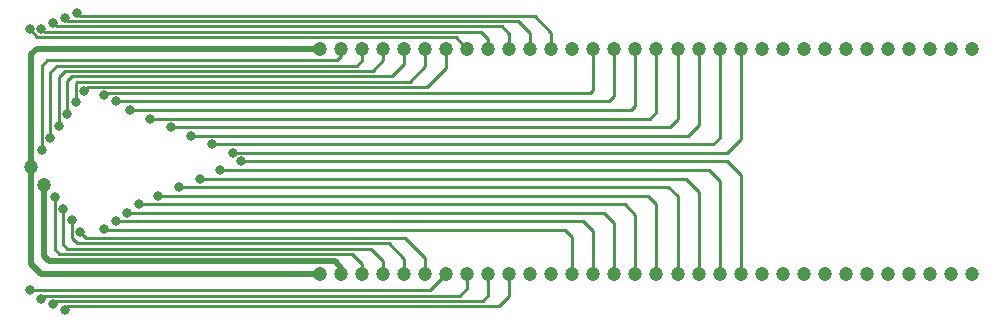
<source format=gbr>
%TF.GenerationSoftware,KiCad,Pcbnew,(5.1.10)-1*%
%TF.CreationDate,2023-11-11T20:16:55+01:00*%
%TF.ProjectId,tmp90x40-qfc2sdip,746d7039-3078-4343-902d-716663327364,rev?*%
%TF.SameCoordinates,Original*%
%TF.FileFunction,Copper,L2,Bot*%
%TF.FilePolarity,Positive*%
%FSLAX46Y46*%
G04 Gerber Fmt 4.6, Leading zero omitted, Abs format (unit mm)*
G04 Created by KiCad (PCBNEW (5.1.10)-1) date 2023-11-11 20:16:55*
%MOMM*%
%LPD*%
G01*
G04 APERTURE LIST*
%TA.AperFunction,ComponentPad*%
%ADD10C,1.200000*%
%TD*%
%TA.AperFunction,ViaPad*%
%ADD11C,0.800000*%
%TD*%
%TA.AperFunction,ViaPad*%
%ADD12C,1.200000*%
%TD*%
%TA.AperFunction,Conductor*%
%ADD13C,0.250000*%
%TD*%
%TA.AperFunction,Conductor*%
%ADD14C,0.500000*%
%TD*%
G04 APERTURE END LIST*
D10*
%TO.P,U2,1*%
%TO.N,VCC*%
X124810000Y-111150400D03*
%TO.P,U2,2*%
%TO.N,GND*%
X126590000Y-111150400D03*
%TO.P,U2,3*%
%TO.N,P50*%
X128370000Y-111150400D03*
%TO.P,U2,4*%
%TO.N,P51*%
X130150000Y-111150400D03*
%TO.P,U2,5*%
%TO.N,P52*%
X131930000Y-111150400D03*
%TO.P,U2,6*%
%TO.N,P53*%
X133710000Y-111150400D03*
%TO.P,U2,7*%
%TO.N,P54*%
X135490000Y-111150400D03*
%TO.P,U2,8*%
%TO.N,P55*%
X137270000Y-111150400D03*
%TO.P,U2,9*%
%TO.N,P60*%
X139050000Y-111150400D03*
%TO.P,U2,10*%
%TO.N,P61*%
X140830000Y-111150400D03*
%TO.P,U2,11*%
%TO.N,P62*%
X142610000Y-111150400D03*
%TO.P,U2,12*%
%TO.N,P63*%
X144390000Y-111150400D03*
%TO.P,U2,13*%
%TO.N,P70*%
X146170000Y-111150400D03*
%TO.P,U2,14*%
%TO.N,P71*%
X147950000Y-111150400D03*
%TO.P,U2,15*%
%TO.N,P72*%
X149730000Y-111150400D03*
%TO.P,U2,16*%
%TO.N,P73*%
X151510000Y-111150400D03*
%TO.P,U2,17*%
%TO.N,P80*%
X153290000Y-111150400D03*
%TO.P,U2,18*%
%TO.N,P81*%
X155070000Y-111150400D03*
%TO.P,U2,19*%
%TO.N,P82*%
X156850000Y-111150400D03*
%TO.P,U2,20*%
%TO.N,P83*%
X158630000Y-111150400D03*
%TO.P,U2,21*%
%TO.N,NMI*%
X160410000Y-111150400D03*
%TO.P,U2,22*%
%TO.N,RESET*%
X162190000Y-111150400D03*
%TO.P,U2,23*%
%TO.N,CLK*%
X163970000Y-111150400D03*
%TO.P,U2,24*%
%TO.N,D0*%
X165750000Y-111150400D03*
%TO.P,U2,25*%
%TO.N,D1*%
X167530000Y-111150400D03*
%TO.P,U2,26*%
%TO.N,D2*%
X169310000Y-111150400D03*
%TO.P,U2,27*%
%TO.N,D3*%
X171090000Y-111150400D03*
%TO.P,U2,28*%
%TO.N,D4*%
X172870000Y-111150400D03*
%TO.P,U2,29*%
%TO.N,D5*%
X174650000Y-111150400D03*
%TO.P,U2,30*%
%TO.N,D6*%
X176430000Y-111150400D03*
%TO.P,U2,31*%
%TO.N,D7*%
X178210000Y-111150400D03*
%TO.P,U2,32*%
%TO.N,GND*%
X179990000Y-111150400D03*
%TO.P,U2,33*%
%TO.N,X1*%
X179990000Y-92049600D03*
%TO.P,U2,34*%
%TO.N,X2*%
X178210000Y-92049600D03*
%TO.P,U2,35*%
%TO.N,A0*%
X176430000Y-92049600D03*
%TO.P,U2,36*%
%TO.N,A1*%
X174650000Y-92049600D03*
%TO.P,U2,37*%
%TO.N,A2*%
X172870000Y-92049600D03*
%TO.P,U2,38*%
%TO.N,A3*%
X171090000Y-92049600D03*
%TO.P,U2,39*%
%TO.N,A4*%
X169310000Y-92049600D03*
%TO.P,U2,40*%
%TO.N,A5*%
X167530000Y-92049600D03*
%TO.P,U2,41*%
%TO.N,A6*%
X165750000Y-92049600D03*
%TO.P,U2,42*%
%TO.N,A7*%
X163970000Y-92049600D03*
%TO.P,U2,43*%
%TO.N,A8*%
X162190000Y-92049600D03*
%TO.P,U2,44*%
%TO.N,A9*%
X160410000Y-92049600D03*
%TO.P,U2,45*%
%TO.N,A10*%
X158630000Y-92049600D03*
%TO.P,U2,46*%
%TO.N,A11*%
X156850000Y-92049600D03*
%TO.P,U2,47*%
%TO.N,A12*%
X155070000Y-92049600D03*
%TO.P,U2,48*%
%TO.N,A13*%
X153290000Y-92049600D03*
%TO.P,U2,49*%
%TO.N,A14*%
X151510000Y-92049600D03*
%TO.P,U2,50*%
%TO.N,A15*%
X149730000Y-92049600D03*
%TO.P,U2,51*%
%TO.N,A16*%
X147950000Y-92049600D03*
%TO.P,U2,52*%
%TO.N,A17*%
X146170000Y-92049600D03*
%TO.P,U2,53*%
%TO.N,A18*%
X144390000Y-92049600D03*
%TO.P,U2,54*%
%TO.N,A19*%
X142610000Y-92049600D03*
%TO.P,U2,55*%
%TO.N,EA*%
X140830000Y-92049600D03*
%TO.P,U2,56*%
%TO.N,P30*%
X139050000Y-92049600D03*
%TO.P,U2,57*%
%TO.N,P31*%
X137270000Y-92049600D03*
%TO.P,U2,58*%
%TO.N,P32*%
X135490000Y-92049600D03*
%TO.P,U2,59*%
%TO.N,P33*%
X133710000Y-92049600D03*
%TO.P,U2,60*%
%TO.N,P34*%
X131930000Y-92049600D03*
%TO.P,U2,61*%
%TO.N,P35*%
X130150000Y-92049600D03*
%TO.P,U2,62*%
%TO.N,P36*%
X128370000Y-92049600D03*
%TO.P,U2,63*%
%TO.N,P37*%
X126590000Y-92049600D03*
%TO.P,U2,64*%
%TO.N,VCC*%
X124810000Y-92049600D03*
%TD*%
D11*
%TO.N,P54*%
X100220780Y-112522000D03*
%TO.N,P55*%
X101219000Y-113247000D03*
%TO.N,P60*%
X102218941Y-113697010D03*
%TO.N,P61*%
X103215954Y-114147020D03*
%TO.N,P70*%
X106495000Y-107350359D03*
%TO.N,P71*%
X107495000Y-106680000D03*
%TO.N,P72*%
X108495000Y-105953560D03*
%TO.N,P73*%
X109513175Y-105227456D03*
%TO.N,P80*%
X111106388Y-104502388D03*
%TO.N,P81*%
X112857291Y-103776791D03*
%TO.N,P82*%
X114608194Y-103051194D03*
%TO.N,P83*%
X116359097Y-102325597D03*
%TO.N,NMI*%
X118110000Y-101600000D03*
D12*
%TO.N,GND*%
X101430000Y-103600678D03*
D11*
%TO.N,A9*%
X117421163Y-100875081D03*
%TO.N,A10*%
X115671018Y-100150242D03*
%TO.N,A11*%
X113920115Y-99424645D03*
%TO.N,A12*%
X112170482Y-98700318D03*
%TO.N,A13*%
X110419579Y-97974721D03*
%TO.N,A14*%
X108672268Y-97250133D03*
%TO.N,A15*%
X107495000Y-96525080D03*
%TO.N,A16*%
X106495000Y-96015250D03*
%TO.N,A18*%
X104221785Y-88999569D03*
%TO.N,A19*%
X103222303Y-89449579D03*
%TO.N,EA*%
X102222300Y-89899589D03*
%TO.N,P30*%
X101217987Y-90349290D03*
%TO.N,P31*%
X100220780Y-90424000D03*
%TO.N,P32*%
X104855000Y-95600520D03*
%TO.N,P33*%
X104130000Y-96598740D03*
%TO.N,P34*%
X103405000Y-97599500D03*
%TO.N,P35*%
X102680000Y-98600260D03*
%TO.N,P36*%
X101955000Y-99601020D03*
%TO.N,P37*%
X101230000Y-100599240D03*
D12*
%TO.N,VCC*%
X100330000Y-102100380D03*
D11*
%TO.N,P50*%
X102330000Y-104599740D03*
%TO.N,P51*%
X103055000Y-105600500D03*
%TO.N,P52*%
X103780000Y-106598424D03*
%TO.N,P53*%
X104505000Y-107599480D03*
%TD*%
D13*
%TO.N,P54*%
X135490000Y-111150400D02*
X134118400Y-112522000D01*
X134118400Y-112522000D02*
X100220780Y-112522000D01*
%TO.N,P55*%
X137270000Y-111150400D02*
X137270000Y-112338340D01*
X137270000Y-112338340D02*
X136636330Y-112972010D01*
X136636330Y-112972010D02*
X134304800Y-112972010D01*
X134304800Y-112972010D02*
X101724460Y-112972010D01*
X101493990Y-112972010D02*
X101219000Y-113247000D01*
X101724460Y-112972010D02*
X101493990Y-112972010D01*
%TO.N,P60*%
X139050000Y-111150400D02*
X139050000Y-112951020D01*
X139050000Y-112951020D02*
X138579000Y-113422020D01*
X138579000Y-113422020D02*
X134491200Y-113422020D01*
X134491200Y-113422020D02*
X103103680Y-113422020D01*
X102493931Y-113422020D02*
X102218941Y-113697010D01*
X103103680Y-113422020D02*
X102493931Y-113422020D01*
%TO.N,P61*%
X140830000Y-111150400D02*
X140830000Y-112976960D01*
X140830000Y-112976960D02*
X139934930Y-113872030D01*
X103490944Y-113872030D02*
X103215954Y-114147020D01*
X139934930Y-113872030D02*
X103490944Y-113872030D01*
%TO.N,P70*%
X106549642Y-107405001D02*
X106495000Y-107350359D01*
X145560881Y-107405001D02*
X106549642Y-107405001D01*
X146170000Y-108014120D02*
X145560881Y-107405001D01*
X146170000Y-111150400D02*
X146170000Y-108014120D01*
%TO.N,P71*%
X147100121Y-106678561D02*
X107574008Y-106678561D01*
X147950000Y-107528440D02*
X147100121Y-106678561D01*
X147950000Y-111150400D02*
X147950000Y-107528440D01*
X107496439Y-106678561D02*
X107495000Y-106680000D01*
X107574008Y-106678561D02*
X107496439Y-106678561D01*
%TO.N,P72*%
X148863217Y-105952457D02*
X108605448Y-105952457D01*
X149730000Y-106819240D02*
X148863217Y-105952457D01*
X149730000Y-111150400D02*
X149730000Y-106819240D01*
X108496103Y-105952457D02*
X108495000Y-105953560D01*
X108605448Y-105952457D02*
X108496103Y-105952457D01*
%TO.N,P73*%
X150637509Y-105227389D02*
X109984125Y-105227389D01*
X151510000Y-106099880D02*
X150637509Y-105227389D01*
X151510000Y-111150400D02*
X151510000Y-106099880D01*
X109513242Y-105227389D02*
X109513175Y-105227456D01*
X109984125Y-105227389D02*
X109513242Y-105227389D01*
%TO.N,P80*%
X152586532Y-104501792D02*
X111733172Y-104501792D01*
X153290000Y-105205260D02*
X152586532Y-104501792D01*
X153290000Y-111150400D02*
X153290000Y-105205260D01*
X111106984Y-104501792D02*
X111106388Y-104502388D01*
X111733172Y-104501792D02*
X111106984Y-104501792D01*
%TO.N,P81*%
X154294255Y-103776195D02*
X113387555Y-103776195D01*
X155070000Y-104551940D02*
X154294255Y-103776195D01*
X155070000Y-111150400D02*
X155070000Y-104551940D01*
X112857887Y-103776195D02*
X112857291Y-103776791D01*
X113387555Y-103776195D02*
X112857887Y-103776195D01*
%TO.N,P82*%
X155750518Y-103050598D02*
X115168938Y-103050598D01*
X156850000Y-104150080D02*
X155750518Y-103050598D01*
X156850000Y-111150400D02*
X156850000Y-104150080D01*
X114608790Y-103050598D02*
X114608194Y-103051194D01*
X115168938Y-103050598D02*
X114608790Y-103050598D01*
%TO.N,P83*%
X157737641Y-102325001D02*
X116559161Y-102325001D01*
X158630000Y-103217360D02*
X157737641Y-102325001D01*
X158630000Y-111150400D02*
X158630000Y-103217360D01*
X116359693Y-102325001D02*
X116359097Y-102325597D01*
X116559161Y-102325001D02*
X116359693Y-102325001D01*
%TO.N,NMI*%
X118110000Y-101600000D02*
X159285940Y-101600000D01*
X160410000Y-102724060D02*
X160410000Y-111150400D01*
X159285940Y-101600000D02*
X160410000Y-102724060D01*
D14*
%TO.N,GND*%
X126590000Y-111150400D02*
X126590000Y-110588000D01*
X126590000Y-110588000D02*
X126052399Y-110050399D01*
X101858899Y-110050399D02*
X101430000Y-109621500D01*
X101430000Y-106683766D02*
X101430000Y-103600678D01*
X101430000Y-109621500D02*
X101430000Y-106683766D01*
X126052399Y-110050399D02*
X101858899Y-110050399D01*
D13*
%TO.N,A9*%
X159264181Y-100874999D02*
X117761999Y-100874999D01*
X160410000Y-99729180D02*
X159264181Y-100874999D01*
X160410000Y-92049600D02*
X160410000Y-99729180D01*
X117421245Y-100874999D02*
X117421163Y-100875081D01*
X117761999Y-100874999D02*
X117421245Y-100874999D01*
%TO.N,A10*%
X158058700Y-100150080D02*
X116301100Y-100150080D01*
X158630000Y-99578780D02*
X158058700Y-100150080D01*
X158630000Y-92049600D02*
X158630000Y-99578780D01*
X115671180Y-100150080D02*
X115671018Y-100150242D01*
X116301100Y-100150080D02*
X115671180Y-100150080D01*
%TO.N,A11*%
X155920959Y-99425241D02*
X114742479Y-99425241D01*
X156850000Y-98496200D02*
X155920959Y-99425241D01*
X156850000Y-92049600D02*
X156850000Y-98496200D01*
X113920711Y-99425241D02*
X113920115Y-99424645D01*
X114742479Y-99425241D02*
X113920711Y-99425241D01*
%TO.N,A12*%
X154403736Y-98699644D02*
X113006816Y-98699644D01*
X155070000Y-98033380D02*
X154403736Y-98699644D01*
X155070000Y-92049600D02*
X155070000Y-98033380D01*
X112171156Y-98699644D02*
X112170482Y-98700318D01*
X113006816Y-98699644D02*
X112171156Y-98699644D01*
%TO.N,A13*%
X152709983Y-97975317D02*
X111241943Y-97975317D01*
X153290000Y-97395300D02*
X152709983Y-97975317D01*
X153290000Y-92049600D02*
X153290000Y-97395300D01*
X110420175Y-97975317D02*
X110419579Y-97974721D01*
X111241943Y-97975317D02*
X110420175Y-97975317D01*
%TO.N,A14*%
X151126720Y-97249720D02*
X109452196Y-97249720D01*
X151510000Y-96866440D02*
X151126720Y-97249720D01*
X151510000Y-92049600D02*
X151510000Y-96866440D01*
X108672681Y-97249720D02*
X108672268Y-97250133D01*
X109452196Y-97249720D02*
X108672681Y-97249720D01*
%TO.N,A15*%
X149270668Y-96525132D02*
X107680368Y-96525132D01*
X149730000Y-96065800D02*
X149270668Y-96525132D01*
X149730000Y-92049600D02*
X149730000Y-96065800D01*
X107495052Y-96525132D02*
X107495000Y-96525080D01*
X107680368Y-96525132D02*
X107495052Y-96525132D01*
%TO.N,A16*%
X147691941Y-95800079D02*
X106779343Y-95800079D01*
X147950000Y-95542020D02*
X147691941Y-95800079D01*
X147950000Y-92049600D02*
X147950000Y-95542020D01*
X106710171Y-95800079D02*
X106495000Y-96015250D01*
X106779343Y-95800079D02*
X106710171Y-95800079D01*
%TO.N,A18*%
X144390000Y-92049600D02*
X144390000Y-90699480D01*
X144390000Y-90699480D02*
X142965079Y-89274559D01*
X142965079Y-89274559D02*
X141765069Y-89274559D01*
X104496775Y-89274559D02*
X104221785Y-88999569D01*
X141765069Y-89274559D02*
X104496775Y-89274559D01*
%TO.N,A19*%
X103497293Y-89724569D02*
X103222303Y-89449579D01*
X141578669Y-89724569D02*
X103497293Y-89724569D01*
X142610000Y-90755900D02*
X141578669Y-89724569D01*
X142610000Y-92049600D02*
X142610000Y-90755900D01*
%TO.N,EA*%
X102497290Y-90174579D02*
X102222300Y-89899589D01*
X140202419Y-90174579D02*
X102497290Y-90174579D01*
X140830000Y-90802160D02*
X140202419Y-90174579D01*
X140830000Y-92049600D02*
X140830000Y-90802160D01*
%TO.N,P30*%
X139050000Y-92049600D02*
X139050000Y-91226880D01*
X139050000Y-91226880D02*
X138447709Y-90624589D01*
X101493286Y-90624589D02*
X101217987Y-90349290D01*
X138447709Y-90624589D02*
X101493286Y-90624589D01*
%TO.N,P31*%
X100871379Y-91074599D02*
X100220780Y-90424000D01*
X136294999Y-91074599D02*
X100871379Y-91074599D01*
X137270000Y-92049600D02*
X136294999Y-91074599D01*
%TO.N,P32*%
X135490000Y-92049600D02*
X135490000Y-93696740D01*
X135490000Y-93696740D02*
X133896490Y-95290250D01*
X105165270Y-95290250D02*
X104855000Y-95600520D01*
X133896490Y-95290250D02*
X105165270Y-95290250D01*
%TO.N,P33*%
X133710000Y-92049600D02*
X133710000Y-93523480D01*
X133710000Y-93523480D02*
X132393240Y-94840240D01*
X132393240Y-94840240D02*
X104257660Y-94840240D01*
X104130000Y-94967900D02*
X104130000Y-96598740D01*
X104257660Y-94840240D02*
X104130000Y-94967900D01*
%TO.N,P34*%
X131930000Y-92049600D02*
X131930000Y-93375620D01*
X131930000Y-93375620D02*
X130915390Y-94390230D01*
X130915390Y-94390230D02*
X103823750Y-94390230D01*
X103405000Y-94808980D02*
X103405000Y-97599500D01*
X103823750Y-94390230D02*
X103405000Y-94808980D01*
%TO.N,P35*%
X130150000Y-92049600D02*
X130150000Y-93039800D01*
X130150000Y-93039800D02*
X129249580Y-93940220D01*
X129249580Y-93940220D02*
X103171400Y-93940220D01*
X102680000Y-94431620D02*
X102680000Y-98600260D01*
X103171400Y-93940220D02*
X102680000Y-94431620D01*
%TO.N,P36*%
X128370000Y-92049600D02*
X128370000Y-93041800D01*
X128370000Y-93041800D02*
X127921590Y-93490210D01*
X127921590Y-93490210D02*
X102531750Y-93490210D01*
X101955000Y-94066960D02*
X101955000Y-99601020D01*
X102531750Y-93490210D02*
X101955000Y-94066960D01*
%TO.N,P37*%
X126590000Y-92049600D02*
X126590000Y-92665340D01*
X126590000Y-92665340D02*
X126215140Y-93040200D01*
X126215140Y-93040200D02*
X101686360Y-93040200D01*
X101230000Y-93496560D02*
X101230000Y-100599240D01*
X101686360Y-93040200D02*
X101230000Y-93496560D01*
D14*
%TO.N,VCC*%
X101158040Y-111150400D02*
X104835960Y-111150400D01*
X104835960Y-111150400D02*
X124810000Y-111150400D01*
X100330000Y-110322360D02*
X101158040Y-111150400D01*
X100330000Y-102600760D02*
X100330000Y-110322360D01*
X124810000Y-92049600D02*
X101058980Y-92049600D01*
X100330000Y-102600760D02*
X100330000Y-102100380D01*
X100330000Y-102100380D02*
X100330000Y-92522040D01*
X100802440Y-92049600D02*
X101058980Y-92049600D01*
X100330000Y-92522040D02*
X100802440Y-92049600D01*
D13*
%TO.N,P50*%
X128370000Y-110252180D02*
X128370000Y-111150400D01*
X127543209Y-109425389D02*
X128370000Y-110252180D01*
X102704549Y-109425389D02*
X127543209Y-109425389D01*
X102330000Y-109050840D02*
X102704549Y-109425389D01*
X102330000Y-104599740D02*
X102330000Y-109050840D01*
%TO.N,P51*%
X103055000Y-108630300D02*
X103055000Y-106788460D01*
X103055000Y-106788460D02*
X103055000Y-105600500D01*
X103400079Y-108975379D02*
X103055000Y-108630300D01*
X129122659Y-108975379D02*
X103400079Y-108975379D01*
X130150000Y-110002720D02*
X129122659Y-108975379D01*
X130150000Y-111150400D02*
X130150000Y-110002720D01*
%TO.N,P52*%
X103780000Y-107164109D02*
X103780000Y-106598424D01*
X104209909Y-108525369D02*
X103779999Y-108095459D01*
X130625909Y-108525369D02*
X104209909Y-108525369D01*
X131930000Y-109829460D02*
X130625909Y-108525369D01*
X103779999Y-108095459D02*
X103780000Y-107164109D01*
X131930000Y-111150400D02*
X131930000Y-109829460D01*
%TO.N,P53*%
X133710000Y-111150400D02*
X133710000Y-109765420D01*
X133710000Y-109765420D02*
X132019939Y-108075359D01*
X104980879Y-108075359D02*
X104505000Y-107599480D01*
X132019939Y-108075359D02*
X104980879Y-108075359D01*
%TD*%
M02*

</source>
